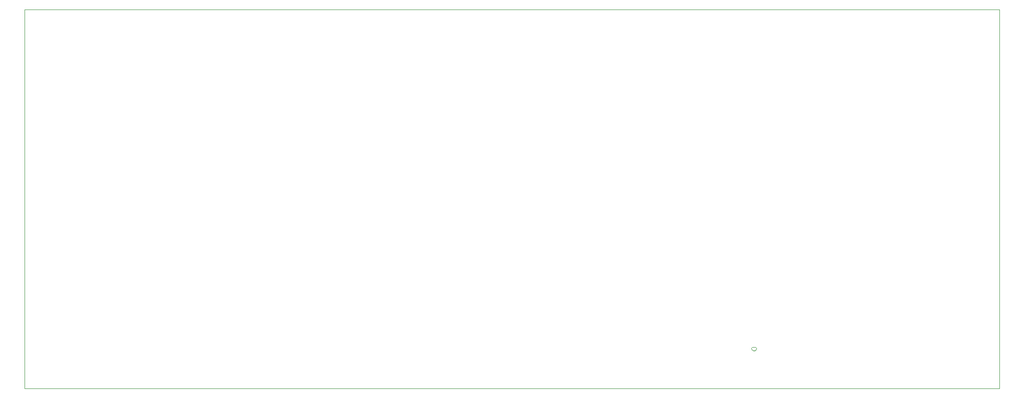
<source format=gbr>
%TF.GenerationSoftware,KiCad,Pcbnew,(5.1.10)-1*%
%TF.CreationDate,2021-09-19T21:59:08+02:00*%
%TF.ProjectId,xfm2,78666d32-2e6b-4696-9361-645f70636258,rev?*%
%TF.SameCoordinates,Original*%
%TF.FileFunction,Profile,NP*%
%FSLAX46Y46*%
G04 Gerber Fmt 4.6, Leading zero omitted, Abs format (unit mm)*
G04 Created by KiCad (PCBNEW (5.1.10)-1) date 2021-09-19 21:59:08*
%MOMM*%
%LPD*%
G01*
G04 APERTURE LIST*
%TA.AperFunction,Profile*%
%ADD10C,0.050000*%
%TD*%
%TA.AperFunction,Profile*%
%ADD11C,0.100000*%
%TD*%
G04 APERTURE END LIST*
D10*
X61468000Y-154686000D02*
X61468000Y-84074000D01*
X242824000Y-154686000D02*
X61468000Y-154686000D01*
X242824000Y-84074000D02*
X242824000Y-154686000D01*
X61468000Y-84074000D02*
X242824000Y-84074000D01*
D11*
%TO.C,J10*%
X197348000Y-147645000D02*
X197048000Y-147645000D01*
X197048000Y-146995000D02*
X197348000Y-146995000D01*
X197348000Y-146995000D02*
G75*
G02*
X197673000Y-147320000I0J-325000D01*
G01*
X197673000Y-147320000D02*
G75*
G02*
X197348000Y-147645000I-325000J0D01*
G01*
X197048000Y-147645000D02*
G75*
G02*
X196723000Y-147320000I0J325000D01*
G01*
X196723000Y-147320000D02*
G75*
G02*
X197048000Y-146995000I325000J0D01*
G01*
%TD*%
M02*

</source>
